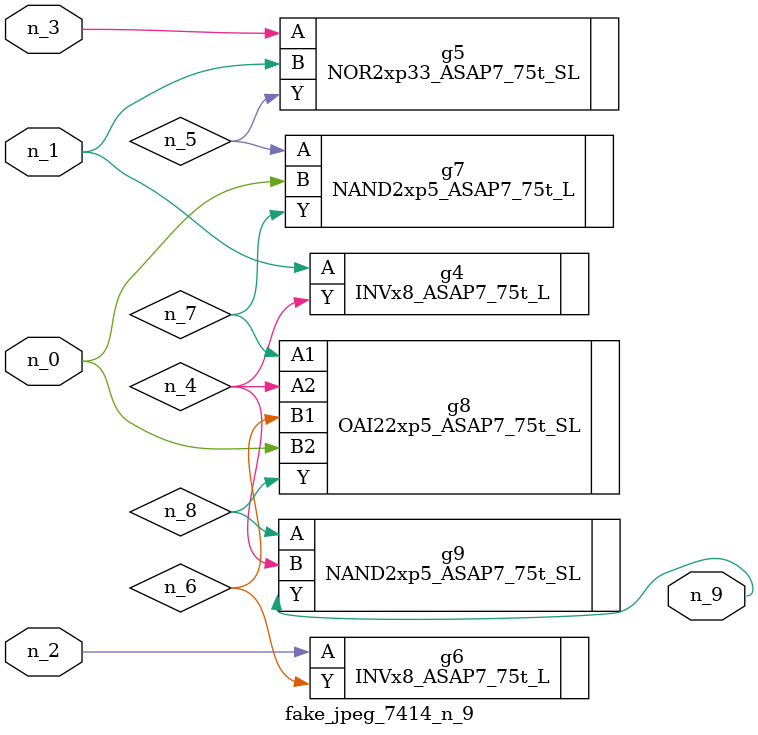
<source format=v>
module fake_jpeg_7414_n_9 (n_0, n_3, n_2, n_1, n_9);

input n_0;
input n_3;
input n_2;
input n_1;

output n_9;

wire n_4;
wire n_8;
wire n_6;
wire n_5;
wire n_7;

INVx8_ASAP7_75t_L g4 ( 
.A(n_1),
.Y(n_4)
);

NOR2xp33_ASAP7_75t_SL g5 ( 
.A(n_3),
.B(n_1),
.Y(n_5)
);

INVx8_ASAP7_75t_L g6 ( 
.A(n_2),
.Y(n_6)
);

NAND2xp5_ASAP7_75t_L g7 ( 
.A(n_5),
.B(n_0),
.Y(n_7)
);

OAI22xp5_ASAP7_75t_SL g8 ( 
.A1(n_7),
.A2(n_4),
.B1(n_6),
.B2(n_0),
.Y(n_8)
);

NAND2xp5_ASAP7_75t_SL g9 ( 
.A(n_8),
.B(n_4),
.Y(n_9)
);


endmodule
</source>
